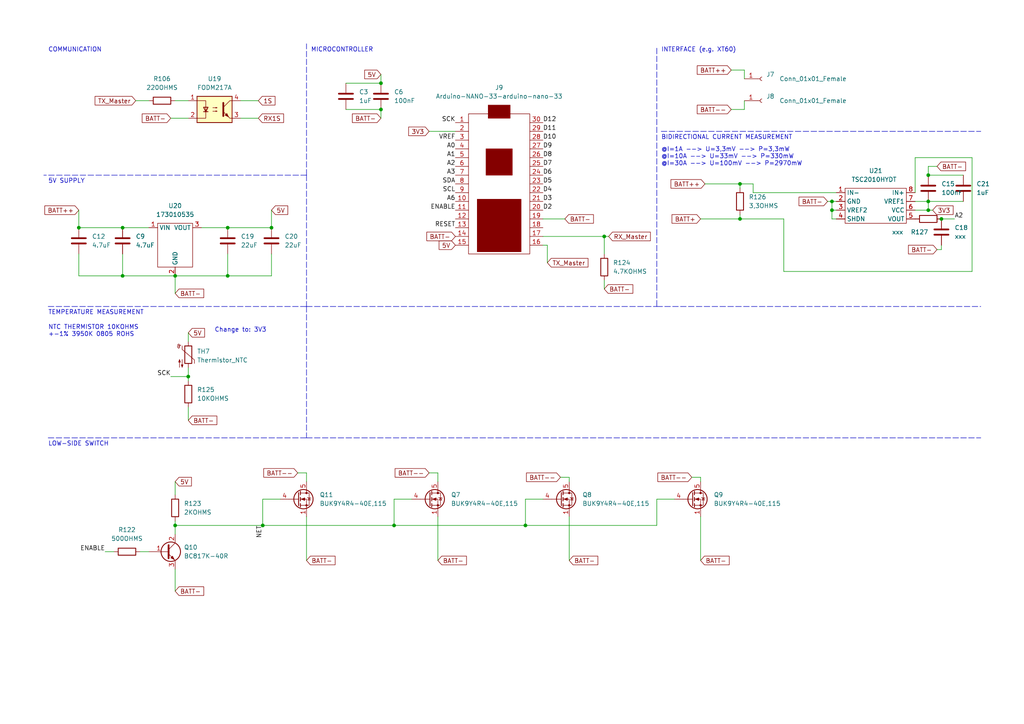
<source format=kicad_sch>
(kicad_sch (version 20211123) (generator eeschema)
  (paper "A4")
  (title_block (title "Master - OpenBatt") (date "2022-07-02") (rev "V1.0") (company "Andre Schrankel"))
  (lib_symbols
    (symbol "Connector:Conn_01x01_Female" (pin_names (offset 1.016) hide)
      (property "Reference" "J" (at 0 2.54 0))
      (property "Value" "Conn_01x01_Female" (at 0 -2.54 0))
      (symbol "Conn_01x01_Female_1_1"
        (polyline (pts (xy -1.27 0) (xy -0.508 0)) (stroke (width 0.1524)))
        (arc (start 0 0.508) (mid -0.508 0) (end 0 -0.508) (stroke (width 0.1524)))
        (pin passive line (at -5.08 0 0) (length 3.81) (name "Pin_1") (number "1"))
      )
    )
    (symbol "Device:C" (pin_numbers hide) (pin_names (offset 0.254))
      (property "Reference" "C" (at 0.635 2.54 0))
      (property "Value" "C" (at 0.635 -2.54 0))
      (symbol "C_0_1"
        (polyline (pts (xy -2.032 -0.762) (xy 2.032 -0.762)) (stroke (width 0.508)))
        (polyline (pts (xy -2.032 0.762) (xy 2.032 0.762)) (stroke (width 0.508)))
      )
      (symbol "C_1_1"
        (pin passive line (at 0 3.81 270) (length 2.794) (name "~") (number "1"))
        (pin passive line (at 0 -3.81 90) (length 2.794) (name "~") (number "2"))
      )
    )
    (symbol "Device:Q_NPN_BCE" (pin_names (offset 0) hide)
      (property "Reference" "Q" (at 5.08 1.27 0))
      (property "Value" "Q_NPN_BCE" (at 5.08 -1.27 0))
      (symbol "Q_NPN_BCE_0_1"
        (polyline (pts (xy 0.635 0.635) (xy 2.54 2.54)))
        (polyline (pts (xy 0.635 -0.635) (xy 2.54 -2.54) (xy 2.54 -2.54)))
        (polyline (pts (xy 0.635 1.905) (xy 0.635 -1.905) (xy 0.635 -1.905)) (stroke (width 0.508)))
        (polyline (pts (xy 1.27 -1.778) (xy 1.778 -1.27) (xy 2.286 -2.286) (xy 1.27 -1.778) (xy 1.27 -1.778)) (fill (type outline)))
        (circle (center 1.27 0) (radius 2.8194) (stroke (width 0.254)))
      )
      (symbol "Q_NPN_BCE_1_1"
        (pin input line (at -5.08 0 0) (length 5.715) (name "B") (number "1"))
        (pin passive line (at 2.54 5.08 270) (length 2.54) (name "C") (number "2"))
        (pin passive line (at 2.54 -5.08 90) (length 2.54) (name "E") (number "3"))
      )
    )
    (symbol "Device:R" (pin_numbers hide) (pin_names (offset 0))
      (property "Reference" "R" (at 2.032 0 90))
      (property "Value" "R" (at 0 0 90))
      (symbol "R_0_1"
        (rectangle (start -1.016 -2.54) (end 1.016 2.54) (stroke (width 0.254)))
      )
      (symbol "R_1_1"
        (pin passive line (at 0 3.81 270) (length 1.27) (name "~") (number "1"))
        (pin passive line (at 0 -3.81 90) (length 1.27) (name "~") (number "2"))
      )
    )
    (symbol "Device:Thermistor_NTC" (pin_numbers hide) (pin_names (offset 0))
      (property "Reference" "TH" (at -4.445 0 90))
      (property "Value" "Thermistor_NTC" (at 3.175 0 90))
      (symbol "Thermistor_NTC_0_1"
        (arc (start -3.048 2.159) (mid -3.0505 2.3165) (end -3.175 2.413))
        (arc (start -3.048 2.159) (mid -2.9736 1.9794) (end -2.794 1.905))
        (arc (start -3.048 2.794) (mid -2.9736 2.6144) (end -2.794 2.54))
        (arc (start -2.794 1.905) (mid -2.6144 1.9794) (end -2.54 2.159))
        (arc (start -2.794 2.54) (mid -2.434 2.5608) (end -2.159 2.794))
        (arc (start -2.794 3.048) (mid -2.9736 2.9736) (end -3.048 2.794))
        (arc (start -2.54 2.794) (mid -2.6144 2.9736) (end -2.794 3.048))
        (rectangle (start -1.016 2.54) (end 1.016 -2.54) (stroke (width 0.254)))
        (polyline (pts (xy -2.54 2.159) (xy -2.54 2.794)))
        (polyline (pts (xy -1.778 2.54) (xy -1.778 1.524) (xy 1.778 -1.524) (xy 1.778 -2.54)))
        (polyline (pts (xy -2.54 -3.683) (xy -2.54 -1.397) (xy -2.794 -2.159) (xy -2.286 -2.159) (xy -2.54 -1.397) (xy -2.54 -1.651)) (fill (type outline)))
        (polyline (pts (xy -1.778 -1.397) (xy -1.778 -3.683) (xy -2.032 -2.921) (xy -1.524 -2.921) (xy -1.778 -3.683) (xy -1.778 -3.429)) (fill (type outline)))
      )
      (symbol "Thermistor_NTC_1_1"
        (pin passive line (at 0 3.81 270) (length 1.27) (name "~") (number "1"))
        (pin passive line (at 0 -3.81 90) (length 1.27) (name "~") (number "2"))
      )
    )
    (symbol "Isolator:FODM217A"
      (property "Reference" "U" (at -5.08 5.08 0))
      (property "Value" "FODM217A" (at 0 5.08 0))
      (symbol "FODM217A_0_1"
        (rectangle (start -5.08 3.81) (end 5.08 -3.81) (stroke (width 0.254)) (fill (type background)))
        (polyline (pts (xy -3.175 -0.635) (xy -1.905 -0.635)) (stroke (width 0.254)))
        (polyline (pts (xy 2.54 0.635) (xy 4.445 2.54)))
        (polyline (pts (xy 4.445 -2.54) (xy 2.54 -0.635)) (fill (type outline)))
        (polyline (pts (xy 4.445 -2.54) (xy 5.08 -2.54)))
        (polyline (pts (xy 4.445 2.54) (xy 5.08 2.54)))
        (polyline (pts (xy -5.08 2.54) (xy -2.54 2.54) (xy -2.54 -0.635)))
        (polyline (pts (xy -2.54 -0.635) (xy -2.54 -2.54) (xy -5.08 -2.54)))
        (polyline (pts (xy 2.54 1.905) (xy 2.54 -1.905) (xy 2.54 -1.905)) (stroke (width 0.508)))
        (polyline (pts (xy -2.54 -0.635) (xy -3.175 0.635) (xy -1.905 0.635) (xy -2.54 -0.635)) (stroke (width 0.254)))
        (polyline (pts (xy -0.508 -0.508) (xy 0.762 -0.508) (xy 0.381 -0.635) (xy 0.381 -0.381) (xy 0.762 -0.508)))
        (polyline (pts (xy -0.508 0.508) (xy 0.762 0.508) (xy 0.381 0.381) (xy 0.381 0.635) (xy 0.762 0.508)))
        (polyline (pts (xy 3.048 -1.651) (xy 3.556 -1.143) (xy 4.064 -2.159) (xy 3.048 -1.651) (xy 3.048 -1.651)) (fill (type outline)))
      )
      (symbol "FODM217A_1_1"
        (pin passive line (at -7.62 2.54 0) (length 2.54) (name "~") (number "1"))
        (pin passive line (at -7.62 -2.54 0) (length 2.54) (name "~") (number "2"))
        (pin passive line (at 7.62 -2.54 180) (length 2.54) (name "~") (number "3"))
        (pin passive line (at 7.62 2.54 180) (length 2.54) (name "~") (number "4"))
      )
    )
    (symbol "Nano_33-rescue:Arduino-NANO-33-arduino-nano-33" (pin_names (offset 1.016) hide)
      (property "Reference" "J" (at 0 24.765 0))
      (property "Value" "Arduino-NANO-33-arduino-nano-33" (at 1.27 -22.86 0))
      (symbol "Arduino-NANO-33-arduino-nano-33_0_1"
        (rectangle (start -8.89 -20.32) (end 8.89 20.32))
        (rectangle (start -3.81 10.16) (end 3.81 2.54) (fill (type outline)))
        (rectangle (start -3.175 22.86) (end 3.175 19.05) (fill (type outline)))
        (rectangle (start 6.35 -19.685) (end -6.35 -4.445) (fill (type outline)))
      )
      (symbol "Arduino-NANO-33-arduino-nano-33_1_1"
        (pin passive line (at -12.7 17.78 0) (length 3.81) (name "1") (number "1"))
        (pin passive line (at -12.7 -5.08 0) (length 3.81) (name "10") (number "10"))
        (pin passive line (at -12.7 -7.62 0) (length 3.81) (name "11") (number "11"))
        (pin passive line (at -12.7 -10.16 0) (length 3.81) (name "12") (number "12"))
        (pin passive line (at -12.7 -12.7 0) (length 3.81) (name "13") (number "13"))
        (pin passive line (at -12.7 -15.24 0) (length 3.81) (name "14") (number "14"))
        (pin passive line (at -12.7 -17.78 0) (length 3.81) (name "15") (number "15"))
        (pin passive line (at 12.7 -17.78 180) (length 3.81) (name "16") (number "16"))
        (pin passive line (at 12.7 -15.24 180) (length 3.81) (name "17") (number "17"))
        (pin passive line (at 12.7 -12.7 180) (length 3.81) (name "18") (number "18"))
        (pin passive line (at 12.7 -10.16 180) (length 3.81) (name "19") (number "19"))
        (pin passive line (at -12.7 15.24 0) (length 3.81) (name "2") (number "2"))
        (pin passive line (at 12.7 -7.62 180) (length 3.81) (name "20") (number "20"))
        (pin passive line (at 12.7 -5.08 180) (length 3.81) (name "21") (number "21"))
        (pin passive line (at 12.7 -2.54 180) (length 3.81) (name "22") (number "22"))
        (pin passive line (at 12.7 0 180) (length 3.81) (name "23") (number "23"))
        (pin passive line (at 12.7 2.54 180) (length 3.81) (name "24") (number "24"))
        (pin passive line (at 12.7 5.08 180) (length 3.81) (name "25") (number "25"))
        (pin passive line (at 12.7 7.62 180) (length 3.81) (name "26") (number "26"))
        (pin passive line (at 12.7 10.16 180) (length 3.81) (name "27") (number "27"))
        (pin passive line (at 12.7 12.7 180) (length 3.81) (name "28") (number "28"))
        (pin passive line (at 12.7 15.24 180) (length 3.81) (name "29") (number "29"))
        (pin passive line (at -12.7 12.7 0) (length 3.81) (name "3") (number "3"))
        (pin passive line (at 12.7 17.78 180) (length 3.81) (name "30") (number "30"))
        (pin passive line (at -12.7 10.16 0) (length 3.81) (name "4") (number "4"))
        (pin passive line (at -12.7 7.62 0) (length 3.81) (name "5") (number "5"))
        (pin passive line (at -12.7 5.08 0) (length 3.81) (name "6") (number "6"))
        (pin passive line (at -12.7 2.54 0) (length 3.81) (name "7") (number "7"))
        (pin passive line (at -12.7 0 0) (length 3.81) (name "8") (number "8"))
        (pin passive line (at -12.7 -2.54 0) (length 3.81) (name "9") (number "9"))
      )
    )
    (symbol "ST:TSC20"
      (property "Reference" "U?" (at 0 5.08 0))
      (property "Value" "TSC20" (at 0 2.54 0))
      (symbol "TSC20_0_1"
        (rectangle (start -8.89 0) (end 8.89 -10.16))
      )
      (symbol "TSC20_1_1"
        (pin input line (at -11.43 -1.27 0) (length 2.54) (name "IN-") (number "1"))
        (pin input line (at -11.43 -3.81 0) (length 2.54) (name "GND") (number "2"))
        (pin input line (at -11.43 -6.35 0) (length 2.54) (name "VREF2") (number "3"))
        (pin input line (at -11.43 -8.89 0) (length 2.54) (name "SHDN") (number "4"))
        (pin input line (at 11.43 -8.89 180) (length 2.54) (name "VOUT") (number "5"))
        (pin input line (at 11.43 -6.35 180) (length 2.54) (name "VCC") (number "6"))
        (pin input line (at 11.43 -3.81 180) (length 2.54) (name "VREF1") (number "7"))
        (pin input line (at 11.43 -1.27 180) (length 2.54) (name "IN+") (number "8"))
      )
    )
    (symbol "Transistor_FET:PSMN5R2-60YL" (pin_names hide)
      (property "Reference" "Q" (at 6.35 2.54 0))
      (property "Value" "PSMN5R2-60YL" (at 12.7 0 0))
      (symbol "PSMN5R2-60YL_0_1"
        (polyline (pts (xy 0.254 0) (xy -2.54 0)))
        (polyline (pts (xy 0.254 1.905) (xy 0.254 -1.905)) (stroke (width 0.254)))
        (polyline (pts (xy 0.762 -1.27) (xy 0.762 -2.286)) (stroke (width 0.254)))
        (polyline (pts (xy 0.762 0.508) (xy 0.762 -0.508)) (stroke (width 0.254)))
        (polyline (pts (xy 0.762 2.286) (xy 0.762 1.27)) (stroke (width 0.254)))
        (polyline (pts (xy 2.54 2.54) (xy 2.54 1.778)))
        (polyline (pts (xy 2.54 -2.54) (xy 2.54 0) (xy 0.762 0)))
        (polyline (pts (xy 0.762 -1.778) (xy 3.302 -1.778) (xy 3.302 1.778) (xy 0.762 1.778)))
        (polyline (pts (xy 1.016 0) (xy 2.032 0.381) (xy 2.032 -0.381) (xy 1.016 0)) (fill (type outline)))
        (polyline (pts (xy 2.794 0.508) (xy 2.921 0.381) (xy 3.683 0.381) (xy 3.81 0.254)))
        (polyline (pts (xy 3.302 0.381) (xy 2.921 -0.254) (xy 3.683 -0.254) (xy 3.302 0.381)))
        (circle (center 1.651 0) (radius 2.794) (stroke (width 0.254)))
        (circle (center 2.54 -1.778) (radius 0.254) (fill (type outline)))
        (circle (center 2.54 1.778) (radius 0.254) (fill (type outline)))
      )
      (symbol "PSMN5R2-60YL_1_1"
        (pin passive line (at 2.54 -5.08 90) (length 2.54) (name "S") (number "1"))
        (pin passive line (at 2.54 -5.08 90) (length 2.54) hide (name "S") (number "2"))
        (pin passive line (at 2.54 -5.08 90) (length 2.54) hide (name "S") (number "3"))
        (pin passive line (at -5.08 0 0) (length 2.54) (name "G") (number "4"))
        (pin passive line (at 2.54 5.08 270) (length 2.54) (name "D") (number "5"))
      )
    )
    (symbol "Wuerth:173010535"
      (property "Reference" "U20" (at 0 5.08 0))
      (property "Value" "173010535" (at 0 2.54 0))
      (symbol "173010535_0_1"
        (rectangle (start -5.08 0) (end 5.08 -12.7))
      )
      (symbol "173010535_1_1"
        (pin input line (at -7.62 -1.27 0) (length 2.54) (name "VIN") (number "1"))
        (pin input line (at 0 -15.24 90) (length 2.54) (name "GND") (number "2"))
        (pin input line (at 7.62 -1.27 180) (length 2.54) (name "VOUT") (number "3"))
      )
    )
  )
  (junction (at 273.05 63.5))
  (junction (at 214.63 53.34))
  (junction (at 66.04 66.04))
  (junction (at 152.4 152.4))
  (junction (at 78.74 66.04))
  (junction (at 110.49 24.13))
  (junction (at 22.86 66.04))
  (junction (at 35.56 66.04))
  (junction (at 175.26 68.58))
  (junction (at 50.8 80.01))
  (junction (at 54.61 109.22))
  (junction (at 66.04 80.01))
  (junction (at 269.24 60.96))
  (junction (at 269.24 58.42))
  (junction (at 269.24 50.8))
  (junction (at 35.56 80.01))
  (junction (at 241.3 58.42))
  (junction (at 50.8 152.4))
  (junction (at 114.3 152.4))
  (junction (at 110.49 31.75))
  (junction (at 241.3 60.96))
  (junction (at 76.2 152.4))
  (junction (at 214.63 63.5))
  (wire (pts (xy 100.33 24.13) (xy 110.49 24.13)))
  (wire (pts (xy 165.1 138.43) (xy 165.1 139.7)))
  (wire (pts (xy 69.85 29.21) (xy 74.93 29.21)))
  (wire (pts (xy 152.4 152.4) (xy 190.5 152.4)))
  (wire (pts (xy 76.2 144.78) (xy 81.28 144.78)))
  (wire (pts (xy 175.26 68.58) (xy 175.26 73.66)))
  (wire (pts (xy 22.86 73.66) (xy 22.86 80.01)))
  (wire (pts (xy 240.03 58.42) (xy 241.3 58.42)))
  (wire (pts (xy 203.2 149.86) (xy 203.2 162.56)))
  (wire (pts (xy 281.94 45.72) (xy 265.43 45.72)))
  (polyline (pts (xy 88.9 50.8) (xy 88.9 88.9)))
  (wire (pts (xy 241.3 58.42) (xy 241.3 60.96)))
  (wire (pts (xy 50.8 152.4) (xy 76.2 152.4)))
  (wire (pts (xy 114.3 144.78) (xy 119.38 144.78)))
  (wire (pts (xy 242.57 60.96) (xy 241.3 60.96)))
  (wire (pts (xy 242.57 63.5) (xy 241.3 63.5)))
  (wire (pts (xy 39.37 29.21) (xy 43.18 29.21)))
  (wire (pts (xy 50.8 139.7) (xy 50.8 143.51)))
  (wire (pts (xy 54.61 106.68) (xy 54.61 109.22)))
  (wire (pts (xy 124.46 137.16) (xy 127 137.16)))
  (wire (pts (xy 158.75 71.12) (xy 158.75 76.2)))
  (wire (pts (xy 88.9 149.86) (xy 88.9 162.56)))
  (wire (pts (xy 110.49 31.75) (xy 110.49 34.29)))
  (wire (pts (xy 165.1 149.86) (xy 165.1 162.56)))
  (polyline (pts (xy 88.9 50.8) (xy 88.9 12.7)))
  (wire (pts (xy 127 149.86) (xy 127 162.56)))
  (polyline (pts (xy 191.77 38.1) (xy 284.48 38.1)))
  (wire (pts (xy 214.63 53.34) (xy 218.44 53.34)))
  (wire (pts (xy 204.47 53.34) (xy 214.63 53.34)))
  (wire (pts (xy 152.4 144.78) (xy 152.4 152.4)))
  (wire (pts (xy 124.46 38.1) (xy 132.08 38.1)))
  (wire (pts (xy 227.33 63.5) (xy 227.33 78.74)))
  (polyline (pts (xy 88.9 127) (xy 284.48 127)))
  (wire (pts (xy 281.94 45.72) (xy 281.94 78.74)))
  (wire (pts (xy 40.64 160.02) (xy 43.18 160.02)))
  (wire (pts (xy 78.74 60.96) (xy 78.74 66.04)))
  (wire (pts (xy 127 137.16) (xy 127 139.7)))
  (wire (pts (xy 157.48 63.5) (xy 163.83 63.5)))
  (wire (pts (xy 50.8 29.21) (xy 54.61 29.21)))
  (wire (pts (xy 214.63 53.34) (xy 214.63 54.61)))
  (wire (pts (xy 22.86 66.04) (xy 22.86 60.96)))
  (wire (pts (xy 69.85 34.29) (xy 74.93 34.29)))
  (wire (pts (xy 114.3 152.4) (xy 152.4 152.4)))
  (wire (pts (xy 273.05 71.12) (xy 273.05 72.39)))
  (wire (pts (xy 88.9 137.16) (xy 88.9 139.7)))
  (wire (pts (xy 241.3 60.96) (xy 241.3 63.5)))
  (wire (pts (xy 100.33 31.75) (xy 110.49 31.75)))
  (wire (pts (xy 200.66 138.43) (xy 203.2 138.43)))
  (wire (pts (xy 190.5 152.4) (xy 190.5 144.78)))
  (wire (pts (xy 66.04 73.66) (xy 66.04 80.01)))
  (wire (pts (xy 218.44 55.88) (xy 242.57 55.88)))
  (wire (pts (xy 54.61 96.52) (xy 54.61 99.06)))
  (wire (pts (xy 269.24 48.26) (xy 271.78 48.26)))
  (wire (pts (xy 50.8 165.1) (xy 50.8 171.45)))
  (wire (pts (xy 269.24 50.8) (xy 269.24 48.26)))
  (wire (pts (xy 271.78 72.39) (xy 273.05 72.39)))
  (polyline (pts (xy 190.5 13.97) (xy 190.5 88.9)))
  (wire (pts (xy 54.61 109.22) (xy 54.61 110.49)))
  (wire (pts (xy 273.05 63.5) (xy 276.86 63.5)))
  (wire (pts (xy 76.2 152.4) (xy 114.3 152.4)))
  (wire (pts (xy 265.43 58.42) (xy 269.24 58.42)))
  (wire (pts (xy 35.56 80.01) (xy 50.8 80.01)))
  (wire (pts (xy 78.74 80.01) (xy 78.74 73.66)))
  (wire (pts (xy 269.24 58.42) (xy 269.24 60.96)))
  (wire (pts (xy 215.9 20.32) (xy 215.9 22.86)))
  (wire (pts (xy 218.44 55.88) (xy 218.44 53.34)))
  (wire (pts (xy 22.86 66.04) (xy 35.56 66.04)))
  (polyline (pts (xy 190.5 88.9) (xy 284.48 88.9)))
  (wire (pts (xy 212.09 31.75) (xy 215.9 31.75)))
  (wire (pts (xy 269.24 58.42) (xy 279.4 58.42)))
  (wire (pts (xy 54.61 118.11) (xy 54.61 121.92)))
  (wire (pts (xy 50.8 80.01) (xy 50.8 85.09)))
  (wire (pts (xy 152.4 144.78) (xy 157.48 144.78)))
  (wire (pts (xy 203.2 63.5) (xy 214.63 63.5)))
  (wire (pts (xy 114.3 144.78) (xy 114.3 152.4)))
  (wire (pts (xy 66.04 66.04) (xy 78.74 66.04)))
  (polyline (pts (xy 88.9 88.9) (xy 190.5 88.9)))
  (wire (pts (xy 214.63 63.5) (xy 227.33 63.5)))
  (wire (pts (xy 35.56 66.04) (xy 43.18 66.04)))
  (wire (pts (xy 190.5 144.78) (xy 195.58 144.78)))
  (polyline (pts (xy 88.9 88.9) (xy 88.9 127)))
  (wire (pts (xy 49.53 34.29) (xy 54.61 34.29)))
  (polyline (pts (xy 13.97 127) (xy 88.9 127)))
  (wire (pts (xy 66.04 80.01) (xy 50.8 80.01)))
  (wire (pts (xy 157.48 71.12) (xy 158.75 71.12)))
  (wire (pts (xy 50.8 152.4) (xy 50.8 154.94)))
  (wire (pts (xy 269.24 50.8) (xy 279.4 50.8)))
  (polyline (pts (xy 13.97 88.9) (xy 88.9 88.9)))
  (wire (pts (xy 203.2 138.43) (xy 203.2 139.7)))
  (wire (pts (xy 35.56 73.66) (xy 35.56 80.01)))
  (wire (pts (xy 110.49 21.59) (xy 110.49 24.13)))
  (wire (pts (xy 227.33 78.74) (xy 281.94 78.74)))
  (wire (pts (xy 265.43 45.72) (xy 265.43 55.88)))
  (wire (pts (xy 214.63 62.23) (xy 214.63 63.5)))
  (wire (pts (xy 212.09 20.32) (xy 215.9 20.32)))
  (wire (pts (xy 49.53 109.22) (xy 54.61 109.22)))
  (wire (pts (xy 269.24 60.96) (xy 270.51 60.96)))
  (wire (pts (xy 157.48 68.58) (xy 175.26 68.58)))
  (wire (pts (xy 58.42 66.04) (xy 66.04 66.04)))
  (wire (pts (xy 22.86 80.01) (xy 35.56 80.01)))
  (wire (pts (xy 162.56 138.43) (xy 165.1 138.43)))
  (wire (pts (xy 50.8 151.13) (xy 50.8 152.4)))
  (wire (pts (xy 30.48 160.02) (xy 33.02 160.02)))
  (wire (pts (xy 241.3 58.42) (xy 242.57 58.42)))
  (polyline (pts (xy 88.9 50.8) (xy 12.7 50.8)))
  (wire (pts (xy 86.36 137.16) (xy 88.9 137.16)))
  (wire (pts (xy 66.04 80.01) (xy 78.74 80.01)))
  (wire (pts (xy 265.43 60.96) (xy 269.24 60.96)))
  (wire (pts (xy 175.26 81.28) (xy 175.26 83.82)))
  (wire (pts (xy 76.2 144.78) (xy 76.2 152.4)))
  (wire (pts (xy 215.9 31.75) (xy 215.9 29.21)))
  (wire (pts (xy 175.26 68.58) (xy 176.53 68.58)))
  (text "TEMPERATURE MEASUREMENT\n" (at 13.97 91.44 0) (effects (font (size 1.27 1.27)) (justify left bottom)))
  (text "LOW-SIDE SWITCH\n" (at 13.97 129.54 0) (effects (font (size 1.27 1.27)) (justify left bottom)))
  (text "MICROCONTROLLER\n" (at 90.17 15.24 0) (effects (font (size 1.27 1.27)) (justify left bottom)))
  (text "NTC THERMISTOR 10KOHMS\n+-1% 3950K 0805 ROHS" (at 13.97 97.79 0) (effects (font (size 1.27 1.27)) (justify left bottom)))
  (text "INTERFACE (e.g. XT60)" (at 191.77 15.24 0) (effects (font (size 1.27 1.27)) (justify left bottom)))
  (text "BIDIRECTIONAL CURRENT MEASUREMENT" (at 191.77 40.64 0) (effects (font (size 1.27 1.27)) (justify left bottom)))
  (text "@I=1A --> U=3,3mV --> P=3,3mW\n@I=10A --> U=33mV --> P=330mW\n@I=30A --> U=100mV --> P=2970mW" (at 191.77 48.26 0) (effects (font (size 1.27 1.27)) (justify left bottom)))
  (text "5V SUPPLY" (at 13.97 53.34 0) (effects (font (size 1.27 1.27)) (justify left bottom)))
  (text "Change to: 3V3" (at 62.23 96.52 0) (effects (font (size 1.27 1.27)) (justify left bottom)))
  (text "COMMUNICATION" (at 13.97 15.24 0) (effects (font (size 1.27 1.27)) (justify left bottom)))
  (label "D7" (at 157.48 48.26 0))
  (label "ENABLE" (at 132.08 60.96 180))
  (label "D4" (at 157.48 55.88 0))
  (label "D12" (at 157.48 35.56 0))
  (label "SCK" (at 132.08 35.56 180))
  (label "D2" (at 157.48 60.96 0))
  (label "SDA" (at 132.08 53.34 180))
  (label "SCK" (at 49.53 109.22 180))
  (label "D5" (at 157.48 53.34 0))
  (label "A2" (at 276.86 63.5 0))
  (label "A0" (at 132.08 43.18 180))
  (label "A1" (at 132.08 45.72 180))
  (label "D6" (at 157.48 50.8 0))
  (label "D8" (at 157.48 45.72 0))
  (label "D9" (at 157.48 43.18 0))
  (label "VREF" (at 132.08 40.64 180))
  (label "NET" (at 76.2 152.4 270))
  (label "SCL" (at 132.08 55.88 180))
  (label "RESET" (at 132.08 66.04 180))
  (label "D10" (at 157.48 40.64 0))
  (label "A2" (at 132.08 48.26 180))
  (label "D3" (at 157.48 58.42 0))
  (label "A6" (at 132.08 58.42 180))
  (label "D11" (at 157.48 38.1 0))
  (label "A3" (at 132.08 50.8 180))
  (label "ENABLE" (at 30.48 160.02 180))
  (global_label "BATT-" (shape input) (at 203.2 162.56 0) (property "Intersheet References" "${INTERSHEET_REFS}" (effects hide)))
  (global_label "5V" (shape input) (at 132.08 71.12 180) (property "Intersheet References" "${INTERSHEET_REFS}" (effects hide)))
  (global_label "BATT++" (shape input) (at 22.86 60.96 180) (property "Intersheet References" "${INTERSHEET_REFS}" (effects hide)))
  (global_label "5V" (shape input) (at 54.61 96.52 0) (property "Intersheet References" "${INTERSHEET_REFS}" (effects hide)))
  (global_label "BATT-" (shape input) (at 175.26 83.82 0) (property "Intersheet References" "${INTERSHEET_REFS}" (effects hide)))
  (global_label "BATT-" (shape input) (at 271.78 48.26 0) (property "Intersheet References" "${INTERSHEET_REFS}" (effects hide)))
  (global_label "BATT++" (shape input) (at 204.47 53.34 180) (property "Intersheet References" "${INTERSHEET_REFS}" (effects hide)))
  (global_label "BATT-" (shape input) (at 271.78 72.39 180) (property "Intersheet References" "${INTERSHEET_REFS}" (effects hide)))
  (global_label "BATT-" (shape input) (at 50.8 171.45 0) (property "Intersheet References" "${INTERSHEET_REFS}" (effects hide)))
  (global_label "BATT-" (shape input) (at 163.83 63.5 0) (property "Intersheet References" "${INTERSHEET_REFS}" (effects hide)))
  (global_label "BATT-" (shape input) (at 54.61 121.92 0) (property "Intersheet References" "${INTERSHEET_REFS}" (effects hide)))
  (global_label "BATT-" (shape input) (at 49.53 34.29 180) (property "Intersheet References" "${INTERSHEET_REFS}" (effects hide)))
  (global_label "BATT--" (shape input) (at 162.56 138.43 180) (property "Intersheet References" "${INTERSHEET_REFS}" (effects hide)))
  (global_label "BATT++" (shape input) (at 212.09 20.32 180) (property "Intersheet References" "${INTERSHEET_REFS}" (effects hide)))
  (global_label "3V3" (shape input) (at 270.51 60.96 0) (property "Intersheet References" "${INTERSHEET_REFS}" (effects hide)))
  (global_label "BATT-" (shape input) (at 127 162.56 0) (property "Intersheet References" "${INTERSHEET_REFS}" (effects hide)))
  (global_label "5V" (shape input) (at 50.8 139.7 0) (property "Intersheet References" "${INTERSHEET_REFS}" (effects hide)))
  (global_label "BATT-" (shape input) (at 240.03 58.42 180) (property "Intersheet References" "${INTERSHEET_REFS}" (effects hide)))
  (global_label "BATT-" (shape input) (at 110.49 34.29 180) (property "Intersheet References" "${INTERSHEET_REFS}" (effects hide)))
  (global_label "BATT--" (shape input) (at 212.09 31.75 180) (property "Intersheet References" "${INTERSHEET_REFS}" (effects hide)))
  (global_label "TX_Master" (shape input) (at 158.75 76.2 0) (property "Intersheet References" "${INTERSHEET_REFS}" (effects hide)))
  (global_label "BATT-" (shape input) (at 132.08 68.58 180) (property "Intersheet References" "${INTERSHEET_REFS}" (effects hide)))
  (global_label "5V" (shape input) (at 78.74 60.96 0) (property "Intersheet References" "${INTERSHEET_REFS}" (effects hide)))
  (global_label "1S" (shape input) (at 74.93 29.21 0) (property "Intersheet References" "${INTERSHEET_REFS}" (effects hide)))
  (global_label "5V" (shape input) (at 110.49 21.59 180) (property "Intersheet References" "${INTERSHEET_REFS}" (effects hide)))
  (global_label "RX_Master" (shape input) (at 176.53 68.58 0) (property "Intersheet References" "${INTERSHEET_REFS}" (effects hide)))
  (global_label "BATT-" (shape input) (at 50.8 85.09 0) (property "Intersheet References" "${INTERSHEET_REFS}" (effects hide)))
  (global_label "BATT--" (shape input) (at 200.66 138.43 180) (property "Intersheet References" "${INTERSHEET_REFS}" (effects hide)))
  (global_label "BATT-" (shape input) (at 88.9 162.56 0) (property "Intersheet References" "${INTERSHEET_REFS}" (effects hide)))
  (global_label "BATT--" (shape input) (at 124.46 137.16 180) (property "Intersheet References" "${INTERSHEET_REFS}" (effects hide)))
  (global_label "3V3" (shape input) (at 124.46 38.1 180) (property "Intersheet References" "${INTERSHEET_REFS}" (effects hide)))
  (global_label "BATT--" (shape input) (at 86.36 137.16 180) (property "Intersheet References" "${INTERSHEET_REFS}" (effects hide)))
  (global_label "TX_Master" (shape input) (at 39.37 29.21 180) (property "Intersheet References" "${INTERSHEET_REFS}" (effects hide)))
  (global_label "RX1S" (shape input) (at 74.93 34.29 0) (property "Intersheet References" "${INTERSHEET_REFS}" (effects hide)))
  (global_label "BATT+" (shape input) (at 203.2 63.5 180) (property "Intersheet References" "${INTERSHEET_REFS}" (effects hide)))
  (global_label "BATT-" (shape input) (at 165.1 162.56 0) (property "Intersheet References" "${INTERSHEET_REFS}" (effects hide)))
  (symbol (lib_id "Isolator:FODM217A") (at 62.23 31.75 0) (unit 1)
    (property "Reference" "U19" (at 62.23 22.86 0))
    (property "Value" "FODM217A" (at 62.23 25.4 0))
    (property "Footprint" "Package_SO:SOP-4_4.4x2.6mm_P1.27mm" (effects hide))
    (property "Datasheet" "https://www.onsemi.com/pub/Collateral/FODM214-D.PDF" (effects hide))
  )
  (symbol (lib_id "Transistor_FET:PSMN5R2-60YL") (at 162.56 144.78 0) (unit 1)
    (property "Reference" "Q8" (at 168.91 143.5099 0) (effects (justify left)))
    (property "Value" "BUK9Y4R4-40E,115 " (at 168.91 146.0499 0) (effects (justify left)))
    (property "Footprint" "Package_TO_SOT_SMD:LFPAK56" (effects hide))
    (property "Datasheet" "https://www.mouser.de/datasheet/2/916/BUK9Y4R4_40E-2938044.pdf" (effects hide))
  )
  (symbol (lib_id "Device:R") (at 50.8 147.32 0) (unit 1)
    (property "Reference" "R123" (at 53.34 146.0499 0) (effects (justify left)))
    (property "Value" "2KOHMS" (at 53.34 148.5899 0) (effects (justify left)))
    (property "Footprint" "Resistor_SMD:R_0805_2012Metric_Pad1.20x1.40mm_HandSolder" (effects hide))
  )
  (symbol (lib_id "Device:R") (at 175.26 77.47 0) (unit 1)
    (property "Reference" "R124" (at 177.8 76.1999 0) (effects (justify left)))
    (property "Value" "4.7KOHMS" (at 177.8 78.7399 0) (effects (justify left)))
    (property "Footprint" "Resistor_SMD:R_0805_2012Metric_Pad1.20x1.40mm_HandSolder" (effects hide))
  )
  (symbol (lib_id "Device:R") (at 269.24 63.5 90) (unit 1)
    (property "Reference" "R127" (at 266.7 67.31 90))
    (property "Value" "xxx" (at 260.35 67.31 90))
    (property "Footprint" "Resistor_SMD:R_0805_2012Metric_Pad1.20x1.40mm_HandSolder" (effects hide))
  )
  (symbol (lib_id "Device:R") (at 36.83 160.02 270) (unit 1)
    (property "Reference" "R122" (at 36.83 153.67 90))
    (property "Value" "500OHMS" (at 36.83 156.21 90))
    (property "Footprint" "Resistor_SMD:R_0805_2012Metric_Pad1.20x1.40mm_HandSolder" (effects hide))
  )
  (symbol (lib_id "ST:TSC20") (at 254 54.61 0) (unit 1)
    (property "Reference" "U21" (at 254 49.53 0))
    (property "Value" "TSC2010HYDT " (at 254 52.07 0))
    (property "Footprint" "Package_SO:SO-8_3.9x4.9mm_P1.27mm" (effects hide))
    (property "Datasheet" "https://www.mouser.de/datasheet/2/389/tsc2010h-2585015.pdf" (effects hide))
  )
  (symbol (lib_id "Nano_33-rescue:Arduino-NANO-33-arduino-nano-33") (at 144.78 53.34 0) (unit 1)
    (property "Reference" "J9" (at 144.78 25.4 0))
    (property "Value" "Arduino-NANO-33-arduino-nano-33" (at 144.78 27.94 0))
    (property "Footprint" "Nano_33:NANO_33_Footprint_SMD_Castell" (effects hide))
  )
  (symbol (lib_id "Device:C") (at 110.49 27.94 0) (unit 1)
    (property "Reference" "C6" (at 114.3 26.6699 0) (effects (justify left)))
    (property "Value" "100nF" (at 114.3 29.2099 0) (effects (justify left)))
    (property "Footprint" "Capacitor_SMD:C_0805_2012Metric_Pad1.18x1.45mm_HandSolder" (effects hide))
  )
  (symbol (lib_id "Device:Thermistor_NTC") (at 54.61 102.87 0) (unit 1)
    (property "Reference" "TH7" (at 57.15 101.9174 0) (effects (justify left)))
    (property "Value" "Thermistor_NTC" (at 57.15 104.4574 0) (effects (justify left)))
    (property "Footprint" "Resistor_SMD:R_0805_2012Metric_Pad1.20x1.40mm_HandSolder" (effects hide))
    (property "Datasheet" "https://www.mouser.de/datasheet/2/3/ABNTC-0805-253593.pdf" (effects hide))
  )
  (symbol (lib_id "Device:C") (at 78.74 69.85 0) (unit 1)
    (property "Reference" "C20" (at 82.55 68.5799 0) (effects (justify left)))
    (property "Value" "22uF" (at 82.55 71.1199 0) (effects (justify left)))
    (property "Footprint" "Capacitor_THT:CP_Radial_D5.0mm_P2.50mm" (effects hide))
  )
  (symbol (lib_id "Device:R") (at 54.61 114.3 180) (unit 1)
    (property "Reference" "R125" (at 57.15 113.0299 0) (effects (justify right)))
    (property "Value" "10KOHMS" (at 57.15 115.5699 0) (effects (justify right)))
    (property "Footprint" "Resistor_SMD:R_0805_2012Metric_Pad1.20x1.40mm_HandSolder" (effects hide))
  )
  (symbol (lib_id "Device:R") (at 46.99 29.21 90) (unit 1)
    (property "Reference" "R106" (at 46.99 22.86 90))
    (property "Value" "220OHMS" (at 46.99 25.4 90))
    (property "Footprint" "Resistor_SMD:R_0805_2012Metric_Pad1.20x1.40mm_HandSolder" (effects hide))
  )
  (symbol (lib_id "Device:C") (at 100.33 27.94 0) (unit 1)
    (property "Reference" "C3" (at 104.14 26.6699 0) (effects (justify left)))
    (property "Value" "1uF" (at 104.14 29.2099 0) (effects (justify left)))
    (property "Footprint" "Capacitor_SMD:C_0805_2012Metric_Pad1.18x1.45mm_HandSolder" (effects hide))
  )
  (symbol (lib_id "Device:C") (at 22.86 69.85 0) (unit 1)
    (property "Reference" "C12" (at 26.67 68.5799 0) (effects (justify left)))
    (property "Value" "4.7uF" (at 26.67 71.1199 0) (effects (justify left)))
    (property "Footprint" "Capacitor_SMD:C_1210_3225Metric_Pad1.33x2.70mm_HandSolder" (effects hide))
  )
  (symbol (lib_id "Transistor_FET:PSMN5R2-60YL") (at 86.36 144.78 0) (unit 1)
    (property "Reference" "Q11" (at 92.71 143.5099 0) (effects (justify left)))
    (property "Value" "BUK9Y4R4-40E,115 " (at 92.71 146.0499 0) (effects (justify left)))
    (property "Footprint" "Package_TO_SOT_SMD:LFPAK56" (effects hide))
    (property "Datasheet" "https://www.mouser.de/datasheet/2/916/BUK9Y4R4_40E-2938044.pdf" (effects hide))
  )
  (symbol (lib_id "Connector:Conn_01x01_Female") (at 220.98 22.86 0) (unit 1)
    (property "Reference" "J7" (at 222.25 21.5899 0) (effects (justify left)))
    (property "Value" "Conn_01x01_Female" (at 226.06 22.86 0) (effects (justify left)))
    (property "Footprint" "Connector:Banana_Jack_1Pin" (effects hide))
  )
  (symbol (lib_id "Device:C") (at 279.4 54.61 0) (unit 1)
    (property "Reference" "C21" (at 283.21 53.3399 0) (effects (justify left)))
    (property "Value" "1uF" (at 283.21 55.8799 0) (effects (justify left)))
    (property "Footprint" "Capacitor_SMD:C_0805_2012Metric_Pad1.18x1.45mm_HandSolder" (effects hide))
  )
  (symbol (lib_id "Device:C") (at 66.04 69.85 0) (unit 1)
    (property "Reference" "C19" (at 69.85 68.5799 0) (effects (justify left)))
    (property "Value" "22uF" (at 69.85 71.1199 0) (effects (justify left)))
    (property "Footprint" "Capacitor_THT:CP_Radial_D5.0mm_P2.50mm" (effects hide))
  )
  (symbol (lib_id "Transistor_FET:PSMN5R2-60YL") (at 200.66 144.78 0) (unit 1)
    (property "Reference" "Q9" (at 207.01 143.5099 0) (effects (justify left)))
    (property "Value" "BUK9Y4R4-40E,115 " (at 207.01 146.0499 0) (effects (justify left)))
    (property "Footprint" "Package_TO_SOT_SMD:LFPAK56" (effects hide))
    (property "Datasheet" "https://www.mouser.de/datasheet/2/916/BUK9Y4R4_40E-2938044.pdf" (effects hide))
  )
  (symbol (lib_id "Transistor_FET:PSMN5R2-60YL") (at 124.46 144.78 0) (unit 1)
    (property "Reference" "Q7" (at 130.81 143.5099 0) (effects (justify left)))
    (property "Value" "BUK9Y4R4-40E,115 " (at 130.81 146.0499 0) (effects (justify left)))
    (property "Footprint" "Package_TO_SOT_SMD:LFPAK56" (effects hide))
    (property "Datasheet" "https://www.mouser.de/datasheet/2/916/BUK9Y4R4_40E-2938044.pdf" (effects hide))
  )
  (symbol (lib_id "Connector:Conn_01x01_Female") (at 220.98 29.21 0) (unit 1)
    (property "Reference" "J8" (at 222.25 27.9399 0) (effects (justify left)))
    (property "Value" "Conn_01x01_Female" (at 226.06 29.21 0) (effects (justify left)))
    (property "Footprint" "Connector:Banana_Jack_1Pin" (effects hide))
  )
  (symbol (lib_id "Device:R") (at 214.63 58.42 0) (unit 1)
    (property "Reference" "R126" (at 217.17 57.1499 0) (effects (justify left)))
    (property "Value" "3,3OHMS" (at 217.17 59.6899 0) (effects (justify left)))
    (property "Footprint" "Resistor_SMD:R_2512_6332Metric_Pad1.40x3.35mm_HandSolder" (effects hide))
  )
  (symbol (lib_id "Device:C") (at 269.24 54.61 0) (unit 1)
    (property "Reference" "C15" (at 273.05 53.3399 0) (effects (justify left)))
    (property "Value" "100nF" (at 273.05 55.8799 0) (effects (justify left)))
    (property "Footprint" "Capacitor_SMD:C_0805_2012Metric_Pad1.18x1.45mm_HandSolder" (effects hide))
  )
  (symbol (lib_id "Device:C") (at 35.56 69.85 0) (unit 1)
    (property "Reference" "C9" (at 39.37 68.5799 0) (effects (justify left)))
    (property "Value" "4.7uF" (at 39.37 71.1199 0) (effects (justify left)))
    (property "Footprint" "Capacitor_SMD:C_1210_3225Metric_Pad1.33x2.70mm_HandSolder" (effects hide))
  )
  (symbol (lib_id "Wuerth:173010535") (at 50.8 64.77 0) (unit 1)
    (property "Reference" "U20" (at 50.8 59.69 0))
    (property "Value" "173010535" (at 50.8 62.23 0))
    (property "Footprint" "Converter_DCDC:Converter_DCDC_RECOM_R-78E-0.5_THT" (effects hide))
    (property "Datasheet" "https://www.mouser.de/datasheet/2/445/173010535-1799626.pdf" (effects hide))
  )
  (symbol (lib_id "Device:Q_NPN_BCE") (at 48.26 160.02 0) (unit 1)
    (property "Reference" "Q10" (at 53.34 158.7499 0) (effects (justify left)))
    (property "Value" "BC817K-40R" (at 53.34 161.2899 0) (effects (justify left)))
    (property "Footprint" "Package_TO_SOT_SMD:SOT-23" (effects hide))
    (property "Datasheet" "https://eu.mouser.com/datasheet/2/916/BC817K_SER-1545513.pdf" (effects hide))
  )
  (symbol (lib_id "Device:C") (at 273.05 67.31 0) (unit 1)
    (property "Reference" "C18" (at 276.86 66.0399 0) (effects (justify left)))
    (property "Value" "xxx" (at 276.86 68.5799 0) (effects (justify left)))
    (property "Footprint" "Capacitor_SMD:C_0805_2012Metric_Pad1.18x1.45mm_HandSolder" (effects hide))
  )
)
</source>
